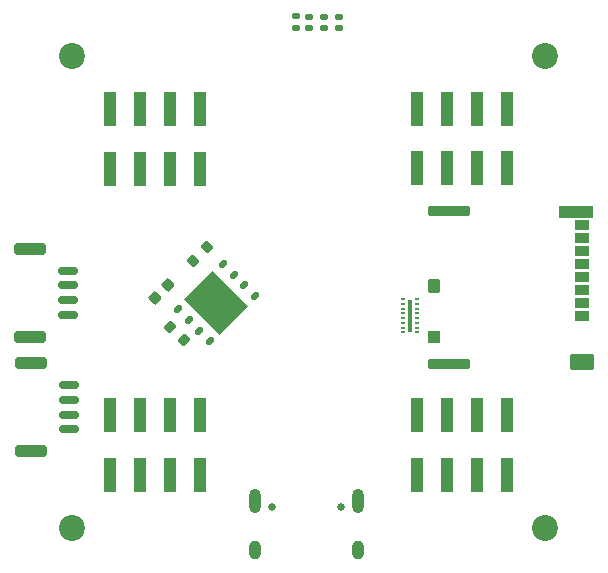
<source format=gbs>
G04 #@! TF.GenerationSoftware,KiCad,Pcbnew,8.0.1*
G04 #@! TF.CreationDate,2025-02-17T15:06:08+05:00*
G04 #@! TF.ProjectId,brain_board,62726169-6e5f-4626-9f61-72642e6b6963,rev?*
G04 #@! TF.SameCoordinates,Original*
G04 #@! TF.FileFunction,Soldermask,Bot*
G04 #@! TF.FilePolarity,Negative*
%FSLAX46Y46*%
G04 Gerber Fmt 4.6, Leading zero omitted, Abs format (unit mm)*
G04 Created by KiCad (PCBNEW 8.0.1) date 2025-02-17 15:06:08*
%MOMM*%
%LPD*%
G01*
G04 APERTURE LIST*
G04 Aperture macros list*
%AMRoundRect*
0 Rectangle with rounded corners*
0 $1 Rounding radius*
0 $2 $3 $4 $5 $6 $7 $8 $9 X,Y pos of 4 corners*
0 Add a 4 corners polygon primitive as box body*
4,1,4,$2,$3,$4,$5,$6,$7,$8,$9,$2,$3,0*
0 Add four circle primitives for the rounded corners*
1,1,$1+$1,$2,$3*
1,1,$1+$1,$4,$5*
1,1,$1+$1,$6,$7*
1,1,$1+$1,$8,$9*
0 Add four rect primitives between the rounded corners*
20,1,$1+$1,$2,$3,$4,$5,0*
20,1,$1+$1,$4,$5,$6,$7,0*
20,1,$1+$1,$6,$7,$8,$9,0*
20,1,$1+$1,$8,$9,$2,$3,0*%
%AMRotRect*
0 Rectangle, with rotation*
0 The origin of the aperture is its center*
0 $1 length*
0 $2 width*
0 $3 Rotation angle, in degrees counterclockwise*
0 Add horizontal line*
21,1,$1,$2,0,0,$3*%
G04 Aperture macros list end*
%ADD10C,2.200000*%
%ADD11O,1.000000X1.600000*%
%ADD12O,1.000000X2.100000*%
%ADD13C,0.650000*%
%ADD14R,1.000000X3.000000*%
%ADD15RoundRect,0.147500X0.172500X-0.147500X0.172500X0.147500X-0.172500X0.147500X-0.172500X-0.147500X0*%
%ADD16RotRect,3.400000X4.300000X225.000000*%
%ADD17RoundRect,0.125000X0.088388X0.265165X-0.265165X-0.088388X-0.088388X-0.265165X0.265165X0.088388X0*%
%ADD18RoundRect,0.250000X1.100000X-0.250000X1.100000X0.250000X-1.100000X0.250000X-1.100000X-0.250000X0*%
%ADD19RoundRect,0.150000X0.700000X-0.150000X0.700000X0.150000X-0.700000X0.150000X-0.700000X-0.150000X0*%
%ADD20R,0.300000X2.800000*%
%ADD21R,0.450000X0.200000*%
%ADD22RoundRect,0.225000X0.017678X-0.335876X0.335876X-0.017678X-0.017678X0.335876X-0.335876X0.017678X0*%
%ADD23RoundRect,0.076200X1.665000X-0.350000X1.665000X0.350000X-1.665000X0.350000X-1.665000X-0.350000X0*%
%ADD24RoundRect,0.076200X1.400000X-0.430000X1.400000X0.430000X-1.400000X0.430000X-1.400000X-0.430000X0*%
%ADD25RoundRect,0.076200X0.915000X-0.570000X0.915000X0.570000X-0.915000X0.570000X-0.915000X-0.570000X0*%
%ADD26RoundRect,0.076200X0.390000X-0.525000X0.390000X0.525000X-0.390000X0.525000X-0.390000X-0.525000X0*%
%ADD27RoundRect,0.076200X0.465000X-0.450000X0.465000X0.450000X-0.465000X0.450000X-0.465000X-0.450000X0*%
%ADD28RoundRect,0.076200X0.550000X-0.350000X0.550000X0.350000X-0.550000X0.350000X-0.550000X-0.350000X0*%
%ADD29RoundRect,0.200000X0.335876X0.053033X0.053033X0.335876X-0.335876X-0.053033X-0.053033X-0.335876X0*%
%ADD30RoundRect,0.200000X-0.053033X0.335876X-0.335876X0.053033X0.053033X-0.335876X0.335876X-0.053033X0*%
G04 APERTURE END LIST*
D10*
X176487479Y-68675000D03*
D11*
X160645000Y-110525000D03*
D12*
X160645000Y-106345000D03*
D11*
X152005000Y-110525000D03*
D12*
X152005000Y-106345000D03*
D13*
X159215000Y-106875000D03*
X153435000Y-106875000D03*
D10*
X136487479Y-68675000D03*
X136487479Y-108675000D03*
X176487479Y-108675000D03*
D14*
X147347479Y-73219999D03*
X147347479Y-78259999D03*
X144807480Y-73219999D03*
X144807480Y-78259999D03*
X142267478Y-73219999D03*
X142267478Y-78259999D03*
X139727479Y-73219999D03*
X139727479Y-78259999D03*
D15*
X155425000Y-65365000D03*
X155425000Y-66335000D03*
D16*
X148700000Y-89600000D03*
D17*
X145443773Y-90162150D03*
X146341799Y-91060176D03*
X147239824Y-91958201D03*
X148137850Y-92856227D03*
X151956227Y-89037850D03*
X151058201Y-88139824D03*
X150160176Y-87241799D03*
X149262150Y-86343773D03*
D15*
X157800000Y-65390000D03*
X157800000Y-66360000D03*
X159100000Y-65390000D03*
X159100000Y-66360000D03*
D14*
X173322479Y-73169999D03*
X173322479Y-78209999D03*
X170782480Y-73169999D03*
X170782480Y-78209999D03*
X168242478Y-73169999D03*
X168242478Y-78209999D03*
X165702479Y-73169999D03*
X165702479Y-78209999D03*
D18*
X133000000Y-94725000D03*
X133000000Y-102175000D03*
D19*
X136200000Y-96575000D03*
X136200000Y-97825000D03*
X136200000Y-99075000D03*
X136200000Y-100325000D03*
D20*
X165099999Y-90699999D03*
D21*
X165675000Y-92099999D03*
X165675000Y-91699999D03*
X165675000Y-91299999D03*
X165675000Y-90899999D03*
X165675000Y-90499999D03*
X165675000Y-90099999D03*
X165675000Y-89699999D03*
X165675000Y-89299999D03*
X164524999Y-89299999D03*
X164525000Y-89699999D03*
X164525000Y-90099999D03*
X164525000Y-90500000D03*
X164525000Y-90899998D03*
X164525000Y-91299999D03*
X164525000Y-91699999D03*
X164524999Y-92099999D03*
D15*
X156500000Y-65372500D03*
X156500000Y-66342500D03*
D14*
X165677479Y-104145000D03*
X165677479Y-99105000D03*
X168217478Y-104145000D03*
X168217478Y-99105000D03*
X170757480Y-104145000D03*
X170757480Y-99105000D03*
X173297479Y-104145000D03*
X173297479Y-99105000D03*
D18*
X132950000Y-85025000D03*
X132950000Y-92475000D03*
D19*
X136150000Y-86875000D03*
X136150000Y-88125000D03*
X136150000Y-89375000D03*
X136150000Y-90625000D03*
D22*
X144598008Y-88076992D03*
X143501992Y-89173008D03*
D14*
X139727479Y-104170000D03*
X139727479Y-99130000D03*
X142267478Y-104170000D03*
X142267478Y-99130000D03*
X144807480Y-104170000D03*
X144807480Y-99130000D03*
X147347479Y-104170000D03*
X147347479Y-99130000D03*
D23*
X168360000Y-81840000D03*
X168360000Y-94800000D03*
D24*
X179125000Y-81920000D03*
D25*
X179610000Y-94579999D03*
D26*
X167085000Y-88224999D03*
D27*
X167160000Y-92490000D03*
D28*
X179625001Y-83000000D03*
X179625000Y-84100000D03*
X179625000Y-85200000D03*
X179625000Y-86300000D03*
X179625000Y-87400000D03*
X179625000Y-88500000D03*
X179625000Y-89600000D03*
X179625001Y-90700000D03*
D29*
X144791637Y-91616637D03*
X145958363Y-92783363D03*
D30*
X146716637Y-86058363D03*
X147883363Y-84891637D03*
M02*

</source>
